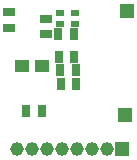
<source format=gbs>
G75*
%MOIN*%
%OFA0B0*%
%FSLAX25Y25*%
%IPPOS*%
%LPD*%
%AMOC8*
5,1,8,0,0,1.08239X$1,22.5*
%
%ADD10R,0.03156X0.03943*%
%ADD11R,0.03943X0.03156*%
%ADD12R,0.04731X0.04337*%
%ADD13R,0.04600X0.04600*%
%ADD14C,0.04600*%
%ADD15R,0.02565X0.02172*%
D10*
X0011428Y0019031D03*
X0016546Y0019031D03*
X0023003Y0028283D03*
X0022767Y0032850D03*
X0022255Y0037260D03*
X0027373Y0037260D03*
X0027885Y0032850D03*
X0028121Y0028283D03*
X0027255Y0044937D03*
X0022137Y0044937D03*
D11*
X0017963Y0044858D03*
X0017963Y0049976D03*
X0005719Y0052102D03*
X0005719Y0046984D03*
D12*
X0009893Y0034268D03*
X0016585Y0034268D03*
D13*
X0043160Y0006394D03*
X0044263Y0017969D03*
X0044932Y0052575D03*
D14*
X0008160Y0006394D03*
X0013160Y0006394D03*
X0018160Y0006394D03*
X0023160Y0006394D03*
X0028160Y0006394D03*
X0033160Y0006394D03*
X0038160Y0006394D03*
D15*
X0027668Y0048224D03*
X0027668Y0051965D03*
X0022747Y0051965D03*
X0022747Y0048224D03*
M02*

</source>
